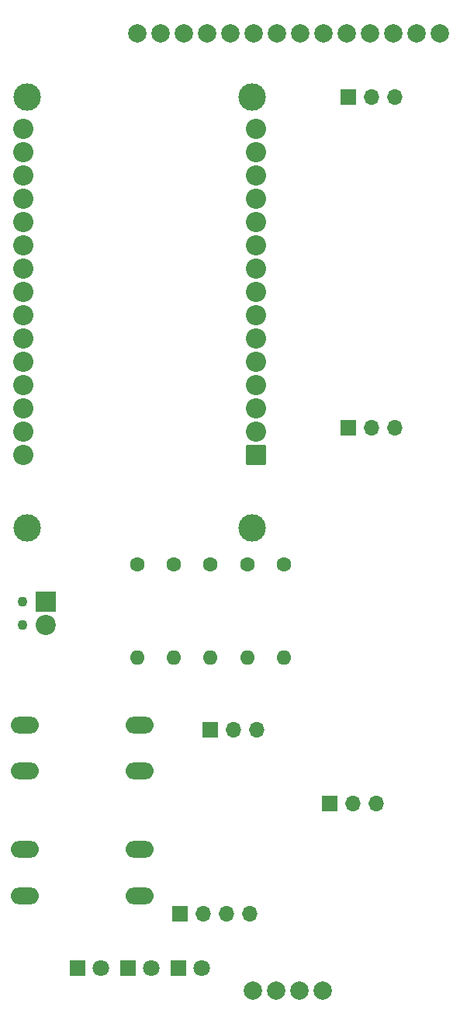
<source format=gbr>
%TF.GenerationSoftware,KiCad,Pcbnew,7.0.7*%
%TF.CreationDate,2024-02-25T20:38:01+01:00*%
%TF.ProjectId,TFT_tactil_screen,5446545f-7461-4637-9469-6c5f73637265,rev?*%
%TF.SameCoordinates,Original*%
%TF.FileFunction,Soldermask,Top*%
%TF.FilePolarity,Negative*%
%FSLAX46Y46*%
G04 Gerber Fmt 4.6, Leading zero omitted, Abs format (unit mm)*
G04 Created by KiCad (PCBNEW 7.0.7) date 2024-02-25 20:38:01*
%MOMM*%
%LPD*%
G01*
G04 APERTURE LIST*
G04 Aperture macros list*
%AMRoundRect*
0 Rectangle with rounded corners*
0 $1 Rounding radius*
0 $2 $3 $4 $5 $6 $7 $8 $9 X,Y pos of 4 corners*
0 Add a 4 corners polygon primitive as box body*
4,1,4,$2,$3,$4,$5,$6,$7,$8,$9,$2,$3,0*
0 Add four circle primitives for the rounded corners*
1,1,$1+$1,$2,$3*
1,1,$1+$1,$4,$5*
1,1,$1+$1,$6,$7*
1,1,$1+$1,$8,$9*
0 Add four rect primitives between the rounded corners*
20,1,$1+$1,$2,$3,$4,$5,0*
20,1,$1+$1,$4,$5,$6,$7,0*
20,1,$1+$1,$6,$7,$8,$9,0*
20,1,$1+$1,$8,$9,$2,$3,0*%
G04 Aperture macros list end*
%ADD10C,1.100000*%
%ADD11R,2.200000X2.200000*%
%ADD12C,2.200000*%
%ADD13C,3.000000*%
%ADD14RoundRect,0.102000X1.000000X1.000000X-1.000000X1.000000X-1.000000X-1.000000X1.000000X-1.000000X0*%
%ADD15C,2.204000*%
%ADD16C,1.800000*%
%ADD17R,1.800000X1.800000*%
%ADD18R,1.700000X1.700000*%
%ADD19O,1.700000X1.700000*%
%ADD20O,1.600000X1.600000*%
%ADD21C,1.600000*%
%ADD22O,3.048000X1.850000*%
%ADD23C,2.000000*%
G04 APERTURE END LIST*
D10*
%TO.C,J6*%
X36460000Y-100000000D03*
X36460000Y-102540000D03*
D11*
X39000000Y-100000000D03*
D12*
X39000000Y-102540000D03*
%TD*%
D13*
%TO.C,U1*%
X61510000Y-91950000D03*
X61510000Y-45000000D03*
X37000000Y-91950000D03*
X37000000Y-45000000D03*
D14*
X61930000Y-83990000D03*
D15*
X61930000Y-81450000D03*
X61930000Y-78910000D03*
X61930000Y-76370000D03*
X61930000Y-73830000D03*
X61930000Y-71290000D03*
X61930000Y-68750000D03*
X61930000Y-66210000D03*
X61930000Y-63670000D03*
X61930000Y-61130000D03*
X61930000Y-58590000D03*
X61930000Y-56050000D03*
X61930000Y-53510000D03*
X61930000Y-50970000D03*
X61930000Y-48430000D03*
X36530000Y-48430000D03*
X36530000Y-50970000D03*
X36530000Y-53510000D03*
X36530000Y-56050000D03*
X36530000Y-58590000D03*
X36530000Y-61130000D03*
X36530000Y-63670000D03*
X36530000Y-66210000D03*
X36530000Y-68750000D03*
X36530000Y-71290000D03*
X36530000Y-73830000D03*
X36530000Y-76370000D03*
X36530000Y-78910000D03*
X36530000Y-81450000D03*
X36530000Y-83990000D03*
%TD*%
D16*
%TO.C,D3*%
X45040000Y-140000000D03*
D17*
X42500000Y-140000000D03*
%TD*%
D18*
%TO.C,J5*%
X57000000Y-114000000D03*
D19*
X59540000Y-114000000D03*
X62080000Y-114000000D03*
%TD*%
D20*
%TO.C,R3*%
X57000000Y-106080000D03*
D21*
X57000000Y-95920000D03*
%TD*%
D18*
%TO.C,J2*%
X70000000Y-122000000D03*
D19*
X72540000Y-122000000D03*
X75080000Y-122000000D03*
%TD*%
D18*
%TO.C,J3*%
X72000000Y-45000000D03*
D19*
X74540000Y-45000000D03*
X77080000Y-45000000D03*
%TD*%
%TO.C,J4*%
X77080000Y-81000000D03*
X74540000Y-81000000D03*
D18*
X72000000Y-81000000D03*
%TD*%
D20*
%TO.C,R2*%
X53000000Y-106080000D03*
D21*
X53000000Y-95920000D03*
%TD*%
D20*
%TO.C,R1*%
X49000000Y-106080000D03*
D21*
X49000000Y-95920000D03*
%TD*%
D16*
%TO.C,D2*%
X50540000Y-140000000D03*
D17*
X48000000Y-140000000D03*
%TD*%
D16*
%TO.C,D1*%
X56040000Y-140000000D03*
D17*
X53500000Y-140000000D03*
%TD*%
D19*
%TO.C,J1*%
X61320000Y-134000000D03*
X58780000Y-134000000D03*
X56240000Y-134000000D03*
D18*
X53700000Y-134000000D03*
%TD*%
D21*
%TO.C,R4*%
X61000000Y-95920000D03*
D20*
X61000000Y-106080000D03*
%TD*%
D22*
%TO.C,SW2*%
X49240000Y-118500000D03*
X36740000Y-118500000D03*
X49240000Y-113500000D03*
X36740000Y-113500000D03*
%TD*%
D21*
%TO.C,R5*%
X65000000Y-95920000D03*
D20*
X65000000Y-106080000D03*
%TD*%
D22*
%TO.C,SW1*%
X36740000Y-127050000D03*
X49240000Y-127050000D03*
X36740000Y-132050000D03*
X49240000Y-132050000D03*
%TD*%
D23*
%TO.C,S1*%
X49000000Y-38000000D03*
X51540000Y-38000000D03*
X54080000Y-38000000D03*
X56620000Y-38000000D03*
X59160000Y-38000000D03*
X61700000Y-38000000D03*
X64240000Y-38000000D03*
X66780000Y-38000000D03*
X69320000Y-38000000D03*
X71860000Y-38000000D03*
X74400000Y-38000000D03*
X76940000Y-38000000D03*
X79480000Y-38000000D03*
X82020000Y-38000000D03*
X61640000Y-142400000D03*
X64180000Y-142400000D03*
X66720000Y-142400000D03*
X69260000Y-142400000D03*
%TD*%
M02*

</source>
